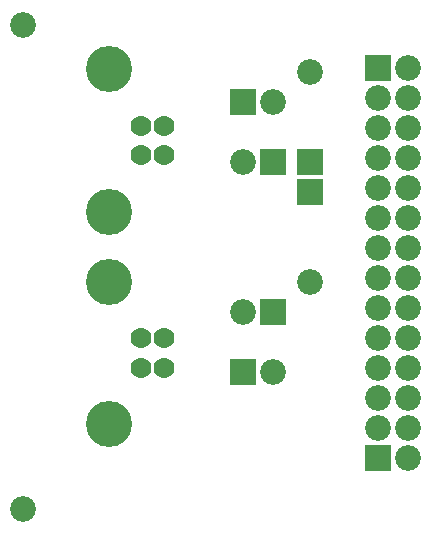
<source format=gbs>
G04 start of page 2 for group 11 layer_idx 11 *
G04 Title: (unknown), bottom_mask *
G04 Creator: pcb-rnd 3.1.0-dev *
G04 CreationDate: 2023-01-29 01:50:48 UTC *
G04 For: tonia *
G04 Format: Gerber/RS-274X *
G04 PCB-Dimensions: 236220 236220 *
G04 PCB-Coordinate-Origin: lower left *
%MOIN*%
%FSLAX25Y25*%
%LNBOTTOM_MASK_NONE_11*%
%ADD61C,0.0697*%
%ADD60C,0.0001*%
%ADD59C,0.1536*%
%ADD58C,0.0860*%
G54D58*X11811Y224409D03*
G54D59*X40354Y209646D03*
G54D60*G36*
X125700Y214457D02*X134300D01*
Y205857D01*
X125700D01*
Y214457D01*
G37*
G54D58*X140000Y210157D03*
X107500Y208720D03*
X130000Y200157D03*
X140000D03*
X130000D03*
X140000D03*
G54D60*G36*
X80700Y194420D02*Y203020D01*
X89300D01*
Y194420D01*
X80700D01*
G37*
G54D58*X95000Y198720D03*
X130000Y190157D03*
X140000D03*
X130000D03*
X140000D03*
Y180157D03*
D03*
X130000D03*
X140000Y170157D03*
D03*
Y160157D03*
Y150157D03*
D03*
Y160157D03*
X130000Y150157D03*
Y160157D03*
Y170157D03*
X140000Y140157D03*
X130000Y180157D03*
Y170157D03*
Y160157D03*
Y150157D03*
Y140157D03*
G54D60*G36*
X99300Y183020D02*Y174420D01*
X90700D01*
Y183020D01*
X99300D01*
G37*
G54D58*X85000Y178720D03*
G54D60*G36*
X103200Y174420D02*Y183020D01*
X111800D01*
Y174420D01*
X103200D01*
G37*
G36*
X111800Y173020D02*Y164420D01*
X103200D01*
Y173020D01*
X111800D01*
G37*
G54D59*X40354Y162244D03*
Y138819D03*
G54D61*X58898Y190866D03*
X51024Y181024D03*
Y190866D03*
X58898Y181024D03*
Y110197D03*
Y120039D03*
X51024D03*
Y110197D03*
G54D59*X40354Y91417D03*
G54D58*X11811Y62992D03*
X130000Y140157D03*
Y130157D03*
Y120157D03*
D03*
Y130157D03*
Y110157D03*
Y100157D03*
Y90157D03*
D03*
Y100157D03*
Y110157D03*
G54D60*G36*
X125700Y84457D02*X134300D01*
Y75857D01*
X125700D01*
Y84457D01*
G37*
G54D58*X140000Y140157D03*
X107500Y138720D03*
X140000Y130157D03*
D03*
G54D60*G36*
X80700Y104420D02*Y113020D01*
X89300D01*
Y104420D01*
X80700D01*
G37*
G54D58*X95000Y108720D03*
G54D60*G36*
X99300Y133020D02*Y124420D01*
X90700D01*
Y133020D01*
X99300D01*
G37*
G54D58*X85000Y128720D03*
X140000Y120157D03*
Y110157D03*
Y120157D03*
Y110157D03*
Y100157D03*
Y90157D03*
Y80157D03*
Y90157D03*
Y100157D03*
M02*

</source>
